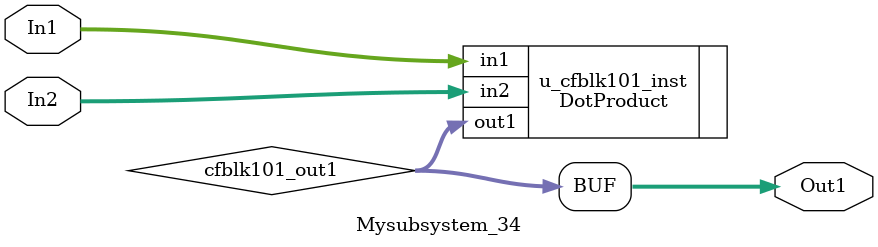
<source format=v>



`timescale 1 ns / 1 ns

module Mysubsystem_34
          (In1,
           In2,
           Out1);


  input   [7:0] In1;  // uint8
  input   [7:0] In2;  // uint8
  output  [15:0] Out1;  // uint16


  wire [15:0] cfblk101_out1;  // uint16


  DotProduct u_cfblk101_inst (.in1(In1),  // uint8
                              .in2(In2),  // uint8
                              .out1(cfblk101_out1)  // uint16
                              );

  assign Out1 = cfblk101_out1;

endmodule  // Mysubsystem_34


</source>
